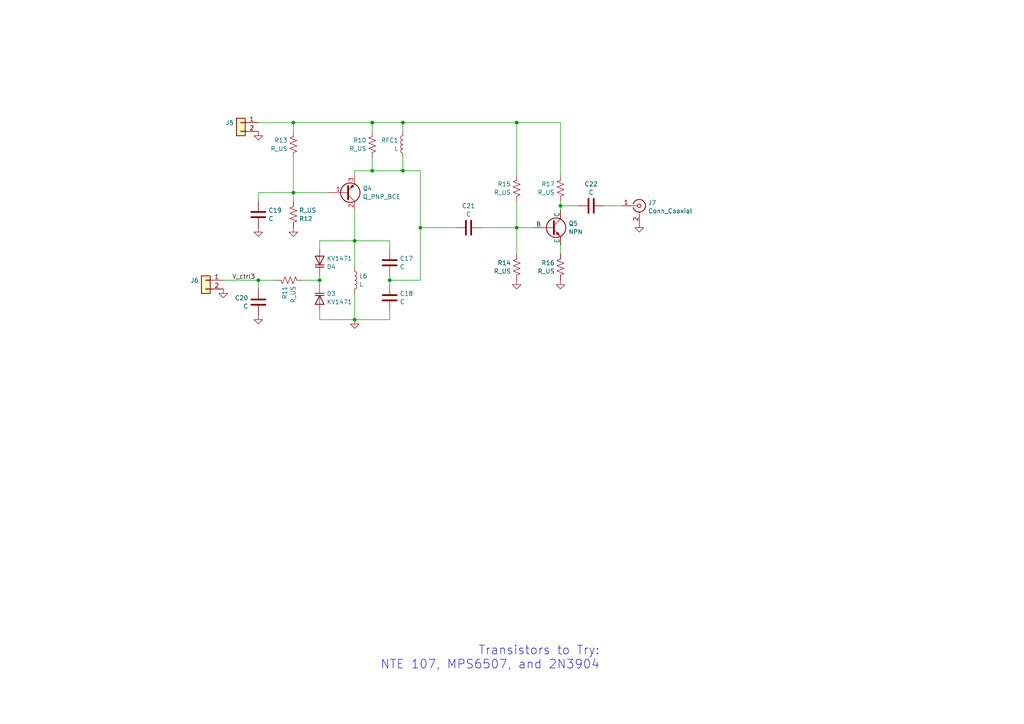
<source format=kicad_sch>
(kicad_sch (version 20230121) (generator eeschema)
  (paper "A4")
  (lib_symbols
    (symbol "Connector:Conn_Coaxial" (pin_names (offset 1.016) hide)
      (property "Reference" "J" (at 0.254 3.048 0))
      (property "Value" "Conn_Coaxial" (at 2.921 0 90))
      (symbol "Conn_Coaxial_0_1"
        (arc (start -1.778 -0.508) (mid 0.2311 -1.8066) (end 1.778 0) (stroke (width 0.254)))
        (polyline (pts (xy -2.54 0) (xy -0.508 0)))
        (polyline (pts (xy 0 -2.54) (xy 0 -1.778)))
        (circle (center 0 0) (radius 0.508) (stroke (width 0.2032)))
        (arc (start 1.778 0) (mid 0.2099 1.8101) (end -1.778 0.508) (stroke (width 0.254)))
      )
      (symbol "Conn_Coaxial_1_1"
        (pin passive line (at -5.08 0 0) (length 2.54) (name "In") (number "1"))
        (pin passive line (at 0 -5.08 90) (length 2.54) (name "Ext") (number "2"))
      )
    )
    (symbol "Connector_Generic:Conn_01x02" (pin_names (offset 1.016) hide)
      (property "Reference" "J" (at 0 2.54 0))
      (property "Value" "Conn_01x02" (at 0 -5.08 0))
      (symbol "Conn_01x02_1_1"
        (rectangle (start -1.27 -2.413) (end 0 -2.667) (stroke (width 0.1524)))
        (rectangle (start -1.27 0.127) (end 0 -0.127) (stroke (width 0.1524)))
        (rectangle (start -1.27 1.27) (end 1.27 -3.81) (stroke (width 0.254)) (fill (type background)))
        (pin passive line (at -5.08 0 0) (length 3.81) (name "Pin_1") (number "1"))
        (pin passive line (at -5.08 -2.54 0) (length 3.81) (name "Pin_2") (number "2"))
      )
    )
    (symbol "D_Capacitance_1" (pin_numbers hide) (pin_names (offset 1.016) hide)
      (property "Reference" "D4" (at -1.2121 2.032 90))
      (property "Value" "D_Capacitance" (at 1.2121 2.032 90))
      (symbol "D_Capacitance_1_0_1"
        (polyline (pts (xy -1.27 1.27) (xy -1.27 -1.27)) (stroke (width 0.254)))
        (polyline (pts (xy -0.635 0) (xy 1.27 0)))
        (polyline (pts (xy -0.635 1.27) (xy -0.635 -1.27)) (stroke (width 0.254)))
        (polyline (pts (xy 1.905 1.27) (xy 1.905 -1.27) (xy -0.635 0) (xy 1.905 1.27)) (stroke (width 0.254)))
      )
      (symbol "D_Capacitance_1_1_1"
        (pin passive line (at -3.81 0 0) (length 2.54) (name "K") (number "1"))
        (pin passive line (at 3.81 0 180) (length 2.54) (name "A") (number "2"))
      )
    )
    (symbol "Device:C" (pin_numbers hide) (pin_names (offset 0.254))
      (property "Reference" "C" (at 0.635 2.54 0))
      (property "Value" "C" (at 0.635 -2.54 0))
      (symbol "C_0_1"
        (polyline (pts (xy -2.032 -0.762) (xy 2.032 -0.762)) (stroke (width 0.508)))
        (polyline (pts (xy -2.032 0.762) (xy 2.032 0.762)) (stroke (width 0.508)))
      )
      (symbol "C_1_1"
        (pin passive line (at 0 3.81 270) (length 2.794) (name "~") (number "1"))
        (pin passive line (at 0 -3.81 90) (length 2.794) (name "~") (number "2"))
      )
    )
    (symbol "Device:D_Capacitance" (pin_numbers hide) (pin_names (offset 1.016) hide)
      (property "Reference" "D" (at 0 2.54 0))
      (property "Value" "D_Capacitance" (at 0 -3.302 0))
      (symbol "D_Capacitance_0_1"
        (polyline (pts (xy -1.27 -1.778) (xy -0.1524 -1.778)))
        (polyline (pts (xy -1.27 0) (xy 1.27 0)))
        (polyline (pts (xy -1.27 1.27) (xy -1.27 -1.27)) (stroke (width 0.254)))
        (polyline (pts (xy -0.1524 -1.27) (xy -0.1524 -2.286)))
        (polyline (pts (xy 0.1524 -1.778) (xy 1.27 -1.778)))
        (polyline (pts (xy 0.1524 -1.27) (xy 0.1524 -2.286)))
        (polyline (pts (xy 1.27 1.27) (xy 1.27 -1.27) (xy -1.27 0) (xy 1.27 1.27)) (stroke (width 0.254)))
      )
      (symbol "D_Capacitance_1_1"
        (pin passive line (at -3.81 0 0) (length 2.54) (name "K") (number "1"))
        (pin passive line (at 3.81 0 180) (length 2.54) (name "A") (number "2"))
      )
    )
    (symbol "Device:L" (pin_numbers hide) (pin_names (offset 1.016) hide)
      (property "Reference" "L" (at -1.27 0 90))
      (property "Value" "L" (at 1.905 0 90))
      (symbol "L_0_1"
        (arc (start 0 -2.54) (mid 0.6323 -1.905) (end 0 -1.27))
        (arc (start 0 -1.27) (mid 0.6323 -0.635) (end 0 0))
        (arc (start 0 0) (mid 0.6323 0.635) (end 0 1.27))
        (arc (start 0 1.27) (mid 0.6323 1.905) (end 0 2.54))
      )
      (symbol "L_1_1"
        (pin passive line (at 0 3.81 270) (length 1.27) (name "1") (number "1"))
        (pin passive line (at 0 -3.81 90) (length 1.27) (name "2") (number "2"))
      )
    )
    (symbol "Device:Q_PNP_BCE" (pin_names (offset 0) hide)
      (property "Reference" "Q" (at 5.08 1.27 0))
      (property "Value" "Q_PNP_BCE" (at 5.08 -1.27 0))
      (symbol "Q_PNP_BCE_0_1"
        (polyline (pts (xy 0.635 0.635) (xy 2.54 2.54)))
        (polyline (pts (xy 0.635 -0.635) (xy 2.54 -2.54) (xy 2.54 -2.54)))
        (polyline (pts (xy 0.635 1.905) (xy 0.635 -1.905) (xy 0.635 -1.905)) (stroke (width 0.508)))
        (polyline (pts (xy 2.286 -1.778) (xy 1.778 -2.286) (xy 1.27 -1.27) (xy 2.286 -1.778) (xy 2.286 -1.778)) (fill (type outline)))
        (circle (center 1.27 0) (radius 2.8194) (stroke (width 0.254)))
      )
      (symbol "Q_PNP_BCE_1_1"
        (pin input line (at -5.08 0 0) (length 5.715) (name "B") (number "1"))
        (pin passive line (at 2.54 5.08 270) (length 2.54) (name "C") (number "2"))
        (pin passive line (at 2.54 -5.08 90) (length 2.54) (name "E") (number "3"))
      )
    )
    (symbol "Device:R_US" (pin_numbers hide) (pin_names (offset 0))
      (property "Reference" "R" (at 2.54 0 90))
      (property "Value" "R_US" (at -2.54 0 90))
      (symbol "R_US_0_1"
        (polyline (pts (xy 0 -2.286) (xy 0 -2.54)))
        (polyline (pts (xy 0 2.286) (xy 0 2.54)))
        (polyline (pts (xy 0 -0.762) (xy 1.016 -1.143) (xy 0 -1.524) (xy -1.016 -1.905) (xy 0 -2.286)))
        (polyline (pts (xy 0 0.762) (xy 1.016 0.381) (xy 0 0) (xy -1.016 -0.381) (xy 0 -0.762)))
        (polyline (pts (xy 0 2.286) (xy 1.016 1.905) (xy 0 1.524) (xy -1.016 1.143) (xy 0 0.762)))
      )
      (symbol "R_US_1_1"
        (pin passive line (at 0 3.81 270) (length 1.27) (name "~") (number "1"))
        (pin passive line (at 0 -3.81 90) (length 1.27) (name "~") (number "2"))
      )
    )
    (symbol "Simulation_SPICE:NPN" (pin_numbers hide) (pin_names (offset 0))
      (property "Reference" "Q" (at -2.54 7.62 0))
      (property "Value" "NPN" (at -2.54 5.08 0))
      (symbol "NPN_0_1"
        (polyline (pts (xy -2.54 0) (xy 0.635 0)) (stroke (width 0.1524)))
        (polyline (pts (xy 0.635 0.635) (xy 2.54 2.54)))
        (polyline (pts (xy 2.794 -1.27) (xy 2.794 -1.27)) (stroke (width 0.1524)))
        (polyline (pts (xy 2.794 -1.27) (xy 2.794 -1.27)) (stroke (width 0.1524)))
        (polyline (pts (xy 0.635 -0.635) (xy 2.54 -2.54) (xy 2.54 -2.54)))
        (polyline (pts (xy 0.635 1.905) (xy 0.635 -1.905) (xy 0.635 -1.905)) (stroke (width 0.508)))
        (polyline (pts (xy 1.27 -1.778) (xy 1.778 -1.27) (xy 2.286 -2.286) (xy 1.27 -1.778) (xy 1.27 -1.778)) (fill (type outline)))
        (circle (center 1.27 0) (radius 2.8194) (stroke (width 0.254)))
      )
      (symbol "NPN_1_1"
        (pin open_collector line (at 2.54 5.08 270) (length 2.54) (name "C") (number "1"))
        (pin input line (at -5.08 0 0) (length 2.54) (name "B") (number "2"))
        (pin open_emitter line (at 2.54 -5.08 90) (length 2.54) (name "E") (number "3"))
      )
    )
    (symbol "power:-12V" (power) (pin_names (offset 0))
      (property "Value" "-12V" (at 0 3.81 0))
      (symbol "-12V_0_0"
        (pin power_in line (at 0 0 90) (length 0) hide (name "-12V") (number "1"))
      )
      (symbol "-12V_0_1"
        (polyline (pts (xy 0 0) (xy 0 1.27) (xy 0.762 1.27) (xy 0 2.54) (xy -0.762 1.27) (xy 0 1.27)) (fill (type outline)))
      )
    )
    (symbol "power:GND" (power) (pin_names (offset 0))
      (property "Value" "GND" (at 0 -3.81 0))
      (symbol "GND_0_1"
        (polyline (pts (xy 0 0) (xy 0 -1.27) (xy 1.27 -1.27) (xy 0 -2.54) (xy -1.27 -1.27) (xy 0 -1.27)))
      )
      (symbol "GND_1_1"
        (pin power_in line (at 0 0 270) (length 0) hide (name "GND") (number "1"))
      )
    )
    (symbol "power:VCC" (power) (pin_names (offset 0))
      (property "Value" "VCC" (at 0 3.81 0))
      (symbol "VCC_0_1"
        (polyline (pts (xy -0.762 1.27) (xy 0 2.54)))
        (polyline (pts (xy 0 0) (xy 0 2.54)))
        (polyline (pts (xy 0 2.54) (xy 0.762 1.27)))
      )
      (symbol "VCC_1_1"
        (pin power_in line (at 0 0 90) (length 0) hide (name "VCC") (number "1"))
      )
    )
  )
  (junction (at 107.95 35.56))
  (junction (at 85.09 55.88))
  (junction (at 124.46 -59.69))
  (junction (at 22.86 -34.29))
  (junction (at 255.27 -27.94))
  (junction (at 242.57 -27.94))
  (junction (at 74.93 81.28))
  (junction (at 255.27 -101.6))
  (junction (at 113.03 81.28))
  (junction (at 102.87 92.71))
  (junction (at 96.52 -34.29))
  (junction (at 116.84 35.56))
  (junction (at 104.14 -81.28))
  (junction (at 242.57 -55.88))
  (junction (at 255.27 -43.18))
  (junction (at 116.84 49.53))
  (junction (at 92.71 81.28))
  (junction (at 68.58 -49.53))
  (junction (at 102.87 69.85))
  (junction (at 242.57 -83.82))
  (junction (at 162.56 59.69))
  (junction (at 85.09 35.56))
  (junction (at 107.95 49.53))
  (junction (at 86.36 -81.28))
  (junction (at 224.79 -43.18))
  (junction (at 224.79 -55.88))
  (junction (at 58.42 -49.53))
  (junction (at 40.64 -49.53))
  (junction (at 242.57 -73.66))
  (junction (at 114.3 -34.29))
  (junction (at 96.52 -49.53))
  (junction (at 121.92 66.04))
  (junction (at 86.36 -49.53))
  (junction (at 40.64 -34.29))
  (junction (at 149.86 35.56))
  (junction (at 114.3 -59.69))
  (junction (at 149.86 66.04))
  (junction (at 207.01 -43.18))
  (wire (pts (xy 237.49 -55.88) (xy 242.57 -55.88)))
  (wire (pts (xy 85.09 35.56) (xy 85.09 38.1)))
  (wire (pts (xy 113.03 81.28) (xy 113.03 80.01)))
  (wire (pts (xy 224.79 -43.18) (xy 224.79 -40.64)))
  (wire (pts (xy 255.27 -43.18) (xy 255.27 -40.64)))
  (wire (pts (xy 207.01 -55.88) (xy 212.09 -55.88)))
  (wire (pts (xy 114.3 -59.69) (xy 124.46 -59.69)))
  (wire (pts (xy 85.09 35.56) (xy 107.95 35.56)))
  (wire (pts (xy 104.14 -81.28) (xy 104.14 -76.2)))
  (wire (pts (xy 74.93 55.88) (xy 85.09 55.88)))
  (wire (pts (xy 114.3 -44.45) (xy 114.3 -34.29)))
  (wire (pts (xy 149.86 58.42) (xy 149.86 66.04)))
  (wire (pts (xy 207.01 -43.18) (xy 207.01 -40.64)))
  (wire (pts (xy 102.87 85.09) (xy 102.87 92.71)))
  (wire (pts (xy 242.57 -27.94) (xy 242.57 -33.02)))
  (wire (pts (xy 85.09 45.72) (xy 85.09 55.88)))
  (wire (pts (xy 85.09 55.88) (xy 95.25 55.88)))
  (wire (pts (xy 96.52 -49.53) (xy 106.68 -49.53)))
  (wire (pts (xy 255.27 -43.18) (xy 267.97 -43.18)))
  (wire (pts (xy 64.77 81.28) (xy 74.93 81.28)))
  (wire (pts (xy 267.97 -73.66) (xy 242.57 -73.66)))
  (wire (pts (xy 124.46 -41.91) (xy 124.46 -46.99)))
  (wire (pts (xy 102.87 69.85) (xy 113.03 69.85)))
  (wire (pts (xy 74.93 83.82) (xy 74.93 81.28)))
  (wire (pts (xy 74.93 35.56) (xy 85.09 35.56)))
  (wire (pts (xy 149.86 66.04) (xy 149.86 73.66)))
  (wire (pts (xy 86.36 -83.82) (xy 86.36 -81.28)))
  (wire (pts (xy 260.35 -27.94) (xy 255.27 -27.94)))
  (wire (pts (xy 86.36 -54.61) (xy 86.36 -49.53)))
  (wire (pts (xy 242.57 -101.6) (xy 255.27 -101.6)))
  (wire (pts (xy 113.03 82.55) (xy 113.03 81.28)))
  (wire (pts (xy 102.87 92.71) (xy 113.03 92.71)))
  (wire (pts (xy 267.97 -50.8) (xy 267.97 -43.18)))
  (wire (pts (xy 265.43 -96.52) (xy 265.43 -101.6)))
  (wire (pts (xy 113.03 92.71) (xy 113.03 90.17)))
  (wire (pts (xy 114.3 -68.58) (xy 114.3 -59.69)))
  (wire (pts (xy 255.27 -101.6) (xy 255.27 -88.9)))
  (wire (pts (xy 132.08 66.04) (xy 121.92 66.04)))
  (wire (pts (xy 162.56 35.56) (xy 149.86 35.56)))
  (wire (pts (xy 116.84 35.56) (xy 149.86 35.56)))
  (wire (pts (xy 116.84 49.53) (xy 121.92 49.53)))
  (wire (pts (xy 96.52 -34.29) (xy 96.52 -36.83)))
  (wire (pts (xy 22.86 -34.29) (xy 27.94 -34.29)))
  (wire (pts (xy 242.57 -96.52) (xy 242.57 -101.6)))
  (wire (pts (xy 180.34 59.69) (xy 175.26 59.69)))
  (wire (pts (xy 114.3 -59.69) (xy 114.3 -54.61)))
  (wire (pts (xy 219.71 -55.88) (xy 224.79 -55.88)))
  (wire (pts (xy 255.27 -78.74) (xy 255.27 -60.96)))
  (wire (pts (xy 92.71 69.85) (xy 102.87 69.85)))
  (wire (pts (xy 92.71 90.17) (xy 92.71 92.71)))
  (wire (pts (xy 86.36 -49.53) (xy 96.52 -49.53)))
  (wire (pts (xy 40.64 -49.53) (xy 40.64 -44.45)))
  (wire (pts (xy 162.56 73.66) (xy 162.56 71.12)))
  (wire (pts (xy 116.84 35.56) (xy 116.84 38.1)))
  (wire (pts (xy 247.65 -55.88) (xy 242.57 -55.88)))
  (wire (pts (xy 124.46 -59.69) (xy 129.54 -59.69)))
  (wire (pts (xy 149.86 50.8) (xy 149.86 35.56)))
  (wire (pts (xy 86.36 -81.28) (xy 104.14 -81.28)))
  (wire (pts (xy 86.36 -44.45) (xy 86.36 -49.53)))
  (wire (pts (xy 114.3 -76.2) (xy 114.3 -81.28)))
  (wire (pts (xy 87.63 81.28) (xy 92.71 81.28)))
  (wire (pts (xy 107.95 49.53) (xy 102.87 49.53)))
  (wire (pts (xy 224.79 -45.72) (xy 224.79 -43.18)))
  (wire (pts (xy 121.92 81.28) (xy 121.92 66.04)))
  (wire (pts (xy 207.01 -53.34) (xy 207.01 -55.88)))
  (wire (pts (xy 242.57 -22.86) (xy 242.57 -27.94)))
  (wire (pts (xy 22.86 -34.29) (xy 22.86 -29.21)))
  (wire (pts (xy 116.84 35.56) (xy 107.95 35.56)))
  (wire (pts (xy 85.09 55.88) (xy 85.09 58.42)))
  (wire (pts (xy 114.3 -81.28) (xy 104.14 -81.28)))
  (wire (pts (xy 242.57 -55.88) (xy 242.57 -40.64)))
  (wire (pts (xy 68.58 -13.97) (xy 68.58 -26.67)))
  (wire (pts (xy 102.87 69.85) (xy 102.87 77.47)))
  (wire (pts (xy 273.05 -27.94) (xy 267.97 -27.94)))
  (wire (pts (xy 107.95 38.1) (xy 107.95 35.56)))
  (wire (pts (xy 242.57 -73.66) (xy 242.57 -68.58)))
  (wire (pts (xy 114.3 -31.75) (xy 114.3 -34.29)))
  (wire (pts (xy 86.36 -13.97) (xy 86.36 -36.83)))
  (wire (pts (xy 40.64 -34.29) (xy 40.64 -36.83)))
  (wire (pts (xy 224.79 -53.34) (xy 224.79 -55.88)))
  (wire (pts (xy 114.3 -21.59) (xy 114.3 -24.13)))
  (wire (pts (xy 242.57 -55.88) (xy 242.57 -60.96)))
  (wire (pts (xy 167.64 59.69) (xy 162.56 59.69)))
  (wire (pts (xy 116.84 45.72) (xy 116.84 49.53)))
  (wire (pts (xy 40.64 -31.75) (xy 40.64 -34.29)))
  (wire (pts (xy 124.46 -54.61) (xy 124.46 -59.69)))
  (wire (pts (xy 74.93 58.42) (xy 74.93 55.88)))
  (wire (pts (xy 107.95 45.72) (xy 107.95 49.53)))
  (wire (pts (xy 40.64 -13.97) (xy 40.64 -24.13)))
  (wire (pts (xy 35.56 -34.29) (xy 40.64 -34.29)))
  (wire (pts (xy 101.6 -34.29) (xy 96.52 -34.29)))
  (wire (pts (xy 121.92 66.04) (xy 121.92 49.53)))
  (wire (pts (xy 81.28 -81.28) (xy 86.36 -81.28)))
  (wire (pts (xy 102.87 60.96) (xy 102.87 69.85)))
  (wire (pts (xy 267.97 -58.42) (xy 267.97 -73.66)))
  (wire (pts (xy 58.42 -34.29) (xy 58.42 -49.53)))
  (wire (pts (xy 22.86 -13.97) (xy 22.86 -21.59)))
  (wire (pts (xy 139.7 66.04) (xy 149.86 66.04)))
  (wire (pts (xy 147.32 -59.69) (xy 137.16 -59.69)))
  (wire (pts (xy 255.27 -27.94) (xy 242.57 -27.94)))
  (wire (pts (xy 242.57 -83.82) (xy 247.65 -83.82)))
  (wire (pts (xy 162.56 50.8) (xy 162.56 35.56)))
  (wire (pts (xy 35.56 -49.53) (xy 40.64 -49.53)))
  (wire (pts (xy 96.52 -49.53) (xy 96.52 -44.45)))
  (wire (pts (xy 81.28 -49.53) (xy 86.36 -49.53)))
  (wire (pts (xy 242.57 -88.9) (xy 242.57 -83.82)))
  (wire (pts (xy 273.05 -30.48) (xy 273.05 -27.94)))
  (wire (pts (xy 92.71 81.28) (xy 92.71 82.55)))
  (wire (pts (xy 162.56 58.42) (xy 162.56 59.69)))
  (wire (pts (xy 68.58 -49.53) (xy 73.66 -49.53)))
  (wire (pts (xy 102.87 49.53) (xy 102.87 50.8)))
  (wire (pts (xy 114.3 -34.29) (xy 109.22 -34.29)))
  (wire (pts (xy 154.94 66.04) (xy 149.86 66.04)))
  (wire (pts (xy 265.43 -101.6) (xy 255.27 -101.6)))
  (wire (pts (xy 92.71 72.39) (xy 92.71 69.85)))
  (wire (pts (xy 196.85 -43.18) (xy 207.01 -43.18)))
  (wire (pts (xy 113.03 69.85) (xy 113.03 72.39)))
  (wire (pts (xy 255.27 -50.8) (xy 255.27 -43.18)))
  (wire (pts (xy 86.36 -62.23) (xy 86.36 -81.28)))
  (wire (pts (xy 224.79 -55.88) (xy 229.87 -55.88)))
  (wire (pts (xy 224.79 -43.18) (xy 255.27 -43.18)))
  (wire (pts (xy 17.78 -34.29) (xy 22.86 -34.29)))
  (wire (pts (xy 96.52 -34.29) (xy 96.52 -31.75)))
  (wire (pts (xy 255.27 -33.02) (xy 255.27 -27.94)))
  (wire (pts (xy 162.56 59.69) (xy 162.56 60.96)))
  (wire (pts (xy 74.93 81.28) (xy 80.01 81.28)))
  (wire (pts (xy 68.58 -49.53) (xy 68.58 -34.29)))
  (wire (pts (xy 92.71 80.01) (xy 92.71 81.28)))
  (wire (pts (xy 58.42 -13.97) (xy 58.42 -26.67)))
  (wire (pts (xy 242.57 -83.82) (xy 242.57 -73.66)))
  (wire (pts (xy 116.84 49.53) (xy 107.95 49.53)))
  (wire (pts (xy 40.64 -49.53) (xy 45.72 -49.53)))
  (wire (pts (xy 207.01 -45.72) (xy 207.01 -43.18)))
  (wire (pts (xy 113.03 81.28) (xy 121.92 81.28)))
  (wire (pts (xy 96.52 -13.97) (xy 96.52 -24.13)))
  (wire (pts (xy 58.42 -49.53) (xy 68.58 -49.53)))
  (wire (pts (xy 92.71 92.71) (xy 102.87 92.71)))
  (wire (pts (xy 53.34 -49.53) (xy 58.42 -49.53)))
  (rectangle (start 176.53 -106.68) (end 276.86 -11.43))
  (rectangle (start 10.16 -90.17) (end 158.75 -7.62))
  (text "Homebrew RF Circuit Design\n220MHz Low Noise Cascode LO\nhttps://www.qsl.net/va3iul" (at 240.03 -74.93 0) (effects (font (size 2.54 2.54)) (justify right bottom)))
  (text "A 220 MHz Low PhaseNoise \nColpitts Oscillator\nNing Lu, Mark Haney" (at 24.13 -62.23 0) (effects (font (size 2.54 2.54)) (justify left bottom)))
  (text "Transistors to Try:\nNTE 107, MPS6507, and 2N3904" (at 173.99 194.31 0) (effects (font (size 2.54 2.54)) (justify right bottom)))
  (label "V_ctrl1" (at 20.32 -34.29 0))
  (label "V_ctrl3" (at 67.31 81.28 0))
  (label "V_out1" (at 138.43 -59.69 0))
  (label "V_out2" (at 205.74 -43.18 180))
  (symbol (lib_id "Device:C") (at 224.79 -36.83 180) (unit 1)
    (property "Reference" "C4" (at 221.869 -35.6179 0) (effects (justify left)))
    (property "Value" "22pF" (at 221.869 -38.0421 0) (effects (justify left)))
  )
  (symbol (lib_id "power:GND") (at 40.64 -13.97 0) (unit 1)
    (property "Reference" "#PWR09" (effects hide))
    (property "Value" "GND" (effects hide))
  )
  (symbol (lib_id "Device:C") (at 77.47 -49.53 270) (mirror x) (unit 1)
    (property "Reference" "C11" (at 76.2579 -46.609 0) (effects (justify right)))
    (property "Value" "C" (at 78.6821 -46.609 0) (effects (justify right)))
  )
  (symbol (lib_id "Device:L") (at 102.87 81.28 0) (unit 1)
    (property "Reference" "L6" (at 104.1372 80.0679 0) (effects (justify left)))
    (property "Value" "L" (at 104.1372 82.4921 0) (effects (justify left)))
  )
  (symbol (lib_id "power:GND") (at 147.32 -57.15 0) (unit 1)
    (property "Reference" "#PWR018" (effects hide))
    (property "Value" "GND" (effects hide))
  )
  (symbol (lib_id "Device:L") (at 264.16 -27.94 90) (unit 1)
    (property "Reference" "L1" (at 262.9479 -29.2072 0) (effects (justify left)))
    (property "Value" "1uH" (at 265.3721 -29.2072 0) (effects (justify left)))
  )
  (symbol (lib_id "Device:C") (at 224.79 -49.53 180) (unit 1)
    (property "Reference" "C3" (at 221.869 -48.3179 0) (effects (justify left)))
    (property "Value" "33pF" (at 221.869 -50.7421 0) (effects (justify left)))
  )
  (symbol (lib_id "Device:R_US") (at 105.41 -34.29 90) (mirror x) (unit 1)
    (property "Reference" "R4" (at 104.1979 -32.639 0) (effects (justify left)))
    (property "Value" "R_US" (at 106.6221 -32.639 0) (effects (justify left)))
  )
  (symbol (lib_id "Connector_Generic:Conn_01x02") (at 191.77 -43.18 0) (mirror y) (unit 1)
    (property "Reference" "J4" (at 189.738 -43.1221 0) (effects (justify left)))
    (property "Value" "Conn_01x02" (effects hide))
  )
  (symbol (lib_id "Device:R_US") (at 162.56 54.61 0) (mirror y) (unit 1)
    (property "Reference" "R17" (at 160.909 53.3979 0) (effects (justify left)))
    (property "Value" "R_US" (at 160.909 55.8221 0) (effects (justify left)))
  )
  (symbol (lib_id "power:GND") (at 27.94 -49.53 0) (unit 1)
    (property "Reference" "#PWR010" (effects hide))
    (property "Value" "GND" (effects hide))
  )
  (symbol (lib_id "Device:C") (at 207.01 -36.83 180) (unit 1)
    (property "Reference" "C16" (at 204.089 -35.6179 0) (effects (justify left)))
    (property "Value" "160pF" (at 204.089 -38.0421 0) (effects (justify left)))
  )
  (symbol (lib_id "Device:C") (at 135.89 66.04 90) (unit 1)
    (property "Reference" "C21" (at 135.89 59.7367 90))
    (property "Value" "C" (at 135.89 62.1609 90))
  )
  (symbol (lib_id "Device:R_US") (at 85.09 62.23 0) (mirror x) (unit 1)
    (property "Reference" "R12" (at 86.741 63.4421 0) (effects (justify left)))
    (property "Value" "R_US" (at 86.741 61.0179 0) (effects (justify left)))
  )
  (symbol (lib_id "power:GND") (at 96.52 -13.97 0) (unit 1)
    (property "Reference" "#PWR05" (effects hide))
    (property "Value" "GND" (effects hide))
  )
  (symbol (lib_id "power:GND") (at 196.85 -40.64 0) (mirror y) (unit 1)
    (property "Reference" "#PWR020" (effects hide))
    (property "Value" "GND" (effects hide))
  )
  (symbol (lib_id "Device:C") (at 74.93 62.23 0) (unit 1)
    (property "Reference" "C19" (at 77.851 61.0179 0) (effects (justify left)))
    (property "Value" "C" (at 77.851 63.4421 0) (effects (justify left)))
  )
  (symbol (lib_id "power:GND") (at 242.57 -15.24 0) (unit 1)
    (property "Reference" "#PWR014" (effects hide))
    (property "Value" "GND" (effects hide))
  )
  (symbol (lib_id "Connector_Generic:Conn_01x02") (at 69.85 35.56 0) (mirror y) (unit 1)
    (property "Reference" "J5" (at 67.818 35.6179 0) (effects (justify left)))
    (property "Value" "Conn_01x02" (effects hide))
  )
  (symbol (lib_id "Device:R_US") (at 85.09 41.91 0) (mirror y) (unit 1)
    (property "Reference" "R13" (at 83.439 40.6979 0) (effects (justify left)))
    (property "Value" "R_US" (at 83.439 43.1221 0) (effects (justify left)))
  )
  (symbol (lib_id "power:GND") (at 104.14 -68.58 0) (unit 1)
    (property "Reference" "#PWR03" (effects hide))
    (property "Value" "GND" (effects hide))
  )
  (symbol (lib_id "Device:C") (at 133.35 -59.69 270) (unit 1)
    (property "Reference" "C8" (at 133.35 -65.9933 90))
    (property "Value" "C" (at 133.35 -63.5691 90))
  )
  (symbol (lib_id "Device:R_US") (at 162.56 77.47 0) (mirror y) (unit 1)
    (property "Reference" "R16" (at 160.909 76.2579 0) (effects (justify left)))
    (property "Value" "R_US" (at 160.909 78.6821 0) (effects (justify left)))
  )
  (symbol (lib_name "D_Capacitance_1") (lib_id "Device:D_Capacitance") (at 92.71 76.2 270) (mirror x) (unit 1)
    (property "Reference" "D4" (at 94.742 77.4121 90) (effects (justify left)))
    (property "Value" "KV1471" (at 94.742 74.9879 90) (effects (justify left)))
  )
  (symbol (lib_id "Device:C") (at 104.14 -72.39 0) (mirror x) (unit 1)
    (property "Reference" "C9" (at 101.219 -73.6021 0) (effects (justify right)))
    (property "Value" "C" (at 101.219 -71.1779 0) (effects (justify right)))
  )
  (symbol (lib_id "power:GND") (at 86.36 -13.97 0) (unit 1)
    (property "Reference" "#PWR04" (effects hide))
    (property "Value" "GND" (effects hide))
  )
  (symbol (lib_id "Device:L") (at 215.9 -55.88 90) (unit 1)
    (property "Reference" "L5" (at 214.6879 -57.1472 0) (effects (justify left)))
    (property "Value" "150nH" (at 217.1121 -57.1472 0) (effects (justify left)))
  )
  (symbol (lib_id "Device:C") (at 49.53 -49.53 270) (unit 1)
    (property "Reference" "C12" (at 50.7421 -46.609 0) (effects (justify left)))
    (property "Value" "C" (at 48.3179 -46.609 0) (effects (justify left)))
  )
  (symbol (lib_id "Device:C") (at 113.03 76.2 0) (unit 1)
    (property "Reference" "C17" (at 115.951 74.9879 0) (effects (justify left)))
    (property "Value" "C" (at 115.951 77.4121 0) (effects (justify left)))
  )
  (symbol (lib_id "power:GND") (at 85.09 66.04 0) (unit 1)
    (property "Reference" "#PWR021" (effects hide))
    (property "Value" "GND" (effects hide))
  )
  (symbol (lib_name "D_Capacitance_1") (lib_id "Device:D_Capacitance") (at 92.71 86.36 270) (unit 1)
    (property "Reference" "D3" (at 94.742 85.1479 90) (effects (justify left)))
    (property "Value" "KV1471" (at 94.742 87.5721 90) (effects (justify left)))
  )
  (symbol (lib_id "Device:L") (at 31.75 -49.53 90) (unit 1)
    (property "Reference" "L4" (at 30.5379 -50.7972 0) (effects (justify left)))
    (property "Value" "L" (at 32.9621 -50.7972 0) (effects (justify left)))
  )
  (symbol (lib_id "Device:Q_PNP_BCE") (at 100.33 55.88 0) (mirror x) (unit 1)
    (property "Reference" "Q4" (at 105.1814 54.6679 0) (effects (justify left)))
    (property "Value" "Q_PNP_BCE" (at 105.1814 57.0921 0) (effects (justify left)))
  )
  (symbol (lib_id "Device:C") (at 96.52 -40.64 180) (unit 1)
    (property "Reference" "C7" (at 99.441 -41.8521 0) (effects (justify right)))
    (property "Value" "C" (at 99.441 -39.4279 0) (effects (justify right)))
  )
  (symbol (lib_id "power:GND") (at 224.79 -33.02 0) (unit 1)
    (property "Reference" "#PWR013" (effects hide))
    (property "Value" "GND" (effects hide))
  )
  (symbol (lib_id "Device:R_US") (at 124.46 -50.8 0) (mirror x) (unit 1)
    (property "Reference" "R6" (at 126.111 -49.5879 0) (effects (justify left)))
    (property "Value" "R_US" (at 126.111 -52.0121 0) (effects (justify left)))
  )
  (symbol (lib_id "Simulation_SPICE:NPN") (at 160.02 66.04 0) (unit 1)
    (property "Reference" "Q5" (at 164.8714 64.8279 0) (effects (justify left)))
    (property "Value" "NPN" (at 164.8714 67.2521 0) (effects (justify left)))
    (property "Sim.Device" "NPN" (effects hide))
    (property "Sim.Type" "GUMMELPOON" (effects hide))
    (property "Sim.Pins" "1=C 2=B 3=E" (effects hide))
  )
  (symbol (lib_id "Device:C") (at 267.97 -54.61 0) (unit 1)
    (property "Reference" "C1" (at 270.891 -55.8221 0) (effects (justify left)))
    (property "Value" "2.2nF" (at 270.891 -53.3979 0) (effects (justify left)))
  )
  (symbol (lib_id "Device:L") (at 114.3 -72.39 0) (mirror y) (unit 1)
    (property "Reference" "RFC2" (at 113.0327 -73.6021 0) (effects (justify left)))
    (property "Value" "L" (at 113.0327 -71.1779 0) (effects (justify left)))
  )
  (symbol (lib_id "Device:C") (at 207.01 -49.53 180) (unit 1)
    (property "Reference" "C15" (at 204.089 -48.3179 0) (effects (justify left)))
    (property "Value" "4.3pF" (at 204.089 -50.7421 0) (effects (justify left)))
  )
  (symbol (lib_id "power:GND") (at 185.42 64.77 0) (unit 1)
    (property "Reference" "#PWR028" (effects hide))
    (property "Value" "GND" (effects hide))
  )
  (symbol (lib_id "Device:R_US") (at 107.95 41.91 0) (mirror y) (unit 1)
    (property "Reference" "R10" (at 106.299 40.6979 0) (effects (justify left)))
    (property "Value" "R_US" (at 106.299 43.1221 0) (effects (justify left)))
  )
  (symbol (lib_id "Device:R_US") (at 83.82 81.28 90) (mirror x) (unit 1)
    (property "Reference" "R11" (at 82.6079 82.931 0) (effects (justify left)))
    (property "Value" "R_US" (at 85.0321 82.931 0) (effects (justify left)))
  )
  (symbol (lib_id "Device:R_US") (at 86.36 -40.64 0) (mirror y) (unit 1)
    (property "Reference" "R3" (at 84.709 -41.8521 0) (effects (justify left)))
    (property "Value" "R_US" (at 84.709 -39.4279 0) (effects (justify left)))
  )
  (symbol (lib_id "Simulation_SPICE:NPN") (at 111.76 -49.53 0) (unit 1)
    (property "Reference" "Q2" (at 116.6114 -50.7421 0) (effects (justify left)))
    (property "Value" "NPN" (at 116.6114 -48.3179 0) (effects (justify left)))
    (property "Sim.Device" "NPN" (effects hide))
    (property "Sim.Type" "GUMMELPOON" (effects hide))
    (property "Sim.Pins" "1=C 2=B 3=E" (effects hide))
  )
  (symbol (lib_id "power:GND") (at 22.86 -13.97 0) (unit 1)
    (property "Reference" "#PWR011" (effects hide))
    (property "Value" "GND" (effects hide))
  )
  (symbol (lib_id "power:GND") (at 74.93 38.1 0) (unit 1)
    (property "Reference" "#PWR024" (effects hide))
    (property "Value" "GND" (effects hide))
  )
  (symbol (lib_id "Connector_Generic:Conn_01x02") (at 12.7 -34.29 0) (mirror y) (unit 1)
    (property "Reference" "J2" (at 10.668 -34.2321 0) (effects (justify left)))
    (property "Value" "Conn_01x02" (effects hide))
  )
  (symbol (lib_id "Device:D_Capacitance") (at 40.64 -40.64 90) (unit 1)
    (property "Reference" "D1" (at 43.561 -41.8521 90) (effects (justify right)))
    (property "Value" "D_Capacitance" (at 43.561 -39.4279 90) (effects (justify right)))
  )
  (symbol (lib_id "Device:R_US") (at 149.86 54.61 0) (mirror y) (unit 1)
    (property "Reference" "R15" (at 148.209 53.3979 0) (effects (justify left)))
    (property "Value" "R_US" (at 148.209 55.8221 0) (effects (justify left)))
  )
  (symbol (lib_id "power:GND") (at 74.93 66.04 0) (unit 1)
    (property "Reference" "#PWR022" (effects hide))
    (property "Value" "GND" (effects hide))
  )
  (symbol (lib_id "power:VCC") (at 86.36 -83.82 0) (unit 1)
    (property "Reference" "#PWR02" (effects hide))
    (property "Value" "VCC" (at 86.36 -87.9531 0))
  )
  (symbol (lib_id "power:GND") (at 265.43 -96.52 0) (unit 1)
    (property "Reference" "#PWR01" (effects hide))
    (property "Value" "GND" (effects hide))
  )
  (symbol (lib_id "Device:R_US") (at 149.86 77.47 0) (mirror y) (unit 1)
    (property "Reference" "R14" (at 148.209 76.2579 0) (effects (justify left)))
    (property "Value" "R_US" (at 148.209 78.6821 0) (effects (justify left)))
  )
  (symbol (lib_id "power:GND") (at 58.42 -13.97 0) (unit 1)
    (property "Reference" "#PWR08" (effects hide))
    (property "Value" "GND" (effects hide))
  )
  (symbol (lib_id "Device:C") (at 58.42 -30.48 0) (unit 1)
    (property "Reference" "C6" (at 61.341 -31.6921 0) (effects (justify left)))
    (property "Value" "C" (at 61.341 -29.2679 0) (effects (justify left)))
  )
  (symbol (lib_id "Device:C") (at 242.57 -19.05 0) (unit 1)
    (property "Reference" "C14" (at 245.491 -20.2621 0) (effects (justify left)))
    (property "Value" "2.2nF" (at 245.491 -17.8379 0) (effects (justify left)))
  )
  (symbol (lib_id "Connector:Conn_Coaxial") (at 185.42 59.69 0) (unit 1)
    (property "Reference" "J7" (at 187.9601 58.7711 0) (effects (justify left)))
    (property "Value" "Conn_Coaxial" (at 187.9601 61.1953 0) (effects (justify left)))
    (property "Datasheet" " ~" (effects hide))
  )
  (symbol (lib_id "power:GND") (at 124.46 -34.29 0) (unit 1)
    (property "Reference" "#PWR012" (effects hide))
    (property "Value" "GND" (effects hide))
  )
  (symbol (lib_id "Device:C") (at 22.86 -25.4 0) (unit 1)
    (property "Reference" "C13" (at 25.781 -26.6121 0) (effects (justify left)))
    (property "Value" "C" (at 25.781 -24.1879 0) (effects (justify left)))
  )
  (symbol (lib_id "Device:D_Capacitance") (at 40.64 -27.94 270) (unit 1)
    (property "Reference" "D2" (at 42.672 -29.1521 90) (effects (justify left)))
    (property "Value" "D_Capacitance" (at 42.672 -26.7279 90) (effects (justify left)))
  )
  (symbol (lib_id "Device:L") (at 31.75 -34.29 90) (unit 1)
    (property "Reference" "L3" (at 30.5379 -35.5572 0) (effects (justify left)))
    (property "Value" "L" (at 32.9621 -35.5572 0) (effects (justify left)))
  )
  (symbol (lib_id "Device:C") (at 113.03 86.36 0) (unit 1)
    (property "Reference" "C18" (at 115.951 85.1479 0) (effects (justify left)))
    (property "Value" "C" (at 115.951 87.5721 0) (effects (justify left)))
  )
  (symbol (lib_id "power:GND") (at 74.93 91.44 0) (unit 1)
    (property "Reference" "#PWR023" (effects hide))
    (property "Value" "GND" (effects hide))
  )
  (symbol (lib_id "Simulation_SPICE:NPN") (at 252.73 -55.88 0) (unit 1)
    (property "Reference" "Q3" (at 257.5814 -57.0921 0) (effects (justify left)))
    (property "Value" "BFR91" (at 257.5814 -54.6679 0) (effects (justify left)))
    (property "Sim.Device" "NPN" (effects hide))
    (property "Sim.Type" "GUMMELPOON" (effects hide))
    (property "Sim.Pins" "1=C 2=B 3=E" (effects hide))
  )
  (symbol (lib_id "power:GND") (at 149.86 81.28 0) (unit 1)
    (property "Reference" "#PWR026" (effects hide))
    (property "Value" "GND" (effects hide))
  )
  (symbol (lib_id "Connector_Generic:Conn_01x02") (at 152.4 -59.69 0) (unit 1)
    (property "Reference" "J1" (at 154.432 -59.6321 0) (effects (justify left)))
    (property "Value" "Conn_01x02" (effects hide))
  )
  (symbol (lib_id "power:GND") (at 162.56 81.28 0) (unit 1)
    (property "Reference" "#PWR027" (effects hide))
    (property "Value" "GND" (effects hide))
  )
  (symbol (lib_id "Connector_Generic:Conn_01x02") (at 76.2 -81.28 0) (mirror y) (unit 1)
    (property "Reference" "J3" (at 74.168 -81.2221 0) (effects (justify left)))
    (property "Value" "Conn_01x02" (effects hide))
  )
  (symbol (lib_id "Device:R_US") (at 242.57 -64.77 0) (mirror x) (unit 1)
    (property "Reference" "R1" (at 244.221 -63.5579 0) (effects (justify left)))
    (property "Value" "5.1k" (at 244.221 -65.9821 0) (effects (justify left)))
  )
  (symbol (lib_id "power:GND") (at 114.3 -13.97 0) (unit 1)
    (property "Reference" "#PWR06" (effects hide))
    (property "Value" "GND" (effects hide))
  )
  (symbol (lib_id "Device:C") (at 233.68 -55.88 90) (unit 1)
    (property "Reference" "C2" (at 232.4679 -58.801 0) (effects (justify left)))
    (property "Value" "3.3pF" (at 234.8921 -58.801 0) (effects (justify left)))
  )
  (symbol (lib_id "Device:L") (at 116.84 41.91 0) (mirror y) (unit 1)
    (property "Reference" "RFC1" (at 115.5727 40.6979 0) (effects (justify left)))
    (property "Value" "L" (at 115.5727 43.1221 0) (effects (justify left)))
  )
  (symbol (lib_id "Device:C") (at 124.46 -38.1 180) (unit 1)
    (property "Reference" "C5" (at 127.381 -39.3121 0) (effects (justify right)))
    (property "Value" "C" (at 127.381 -36.8879 0) (effects (justify right)))
  )
  (symbol (lib_id "Device:C") (at 96.52 -27.94 0) (mirror x) (unit 1)
    (property "Reference" "C10" (at 93.599 -29.1521 0) (effects (justify right)))
    (property "Value" "C" (at 93.599 -26.7279 0) (effects (justify right)))
  )
  (symbol (lib_id "power:GND") (at 17.78 -31.75 0) (unit 1)
    (property "Reference" "#PWR017" (effects hide))
    (property "Value" "GND" (effects hide))
  )
  (symbol (lib_id "Simulation_SPICE:NPN") (at 252.73 -83.82 0) (unit 1)
    (property "Reference" "Q1" (at 257.5814 -85.0321 0) (effects (justify left)))
    (property "Value" "BFR91" (at 257.5814 -82.6079 0) (effects (justify left)))
    (property "Sim.Device" "NPN" (effects hide))
    (property "Sim.Type" "GUMMELPOON" (effects hide))
    (property "Sim.Pins" "1=C 2=B 3=E" (effects hide))
  )
  (symbol (lib_id "Device:R_US") (at 86.36 -58.42 0) (mirror y) (unit 1)
    (property "Reference" "R2" (at 84.709 -59.6321 0) (effects (justify left)))
    (property "Value" "R_US" (at 84.709 -57.2079 0) (effects (justify left)))
  )
  (symbol (lib_id "Connector_Generic:Conn_01x02") (at 59.69 81.28 0) (mirror y) (unit 1)
    (property "Reference" "J6" (at 57.658 81.3379 0) (effects (justify left)))
    (property "Value" "Conn_01x02" (effects hide))
  )
  (symbol (lib_id "power:-12V") (at 273.05 -30.48 0) (unit 1)
    (property "Reference" "#PWR016" (effects hide))
    (property "Value" "-12V" (at 273.05 -34.6131 0))
  )
  (symbol (lib_id "power:GND") (at 68.58 -13.97 0) (unit 1)
    (property "Reference" "#PWR07" (effects hide))
    (property "Value" "GND" (effects hide))
  )
  (symbol (lib_id "Device:C") (at 74.93 87.63 0) (mirror y) (unit 1)
    (property "Reference" "C20" (at 72.009 86.4179 0) (effects (justify left)))
    (property "Value" "C" (at 72.009 88.8421 0) (effects (justify left)))
  )
  (symbol (lib_id "Device:L") (at 68.58 -30.48 0) (unit 1)
    (property "Reference" "L2" (at 69.8472 -31.6921 0) (effects (justify left)))
    (property "Value" "L" (at 69.8472 -29.2679 0) (effects (justify left)))
  )
  (symbol (lib_id "Device:C") (at 171.45 59.69 90) (unit 1)
    (property "Reference" "C22" (at 171.45 53.3867 90))
    (property "Value" "C" (at 171.45 55.8109 90))
  )
  (symbol (lib_id "Device:R_US") (at 114.3 -17.78 0) (mirror y) (unit 1)
    (property "Reference" "R5" (at 112.649 -18.9921 0) (effects (justify left)))
    (property "Value" "R_US" (at 112.649 -16.5679 0) (effects (justify left)))
  )
  (symbol (lib_id "power:GND") (at 81.28 -78.74 0) (unit 1)
    (property "Reference" "#PWR019" (effects hide))
    (property "Value" "GND" (effects hide))
  )
  (symbol (lib_id "Device:R_US") (at 255.27 -36.83 0) (mirror x) (unit 1)
    (property "Reference" "R8" (at 256.921 -35.6179 0) (effects (justify left)))
    (property "Value" "620" (at 256.921 -38.0421 0) (effects (justify left)))
  )
  (symbol (lib_id "power:GND") (at 207.01 -33.02 0) (unit 1)
    (property "Reference" "#PWR015" (effects hide))
    (property "Value" "GND" (effects hide))
  )
  (symbol (lib_id "Device:L") (at 114.3 -27.94 0) (unit 1)
    (property "Reference" "RFC3" (at 115.5673 -29.1521 0) (effects (justify left)))
    (property "Value" "L" (at 115.5673 -26.7279 0) (effects (justify left)))
  )
  (symbol (lib_id "Device:R_US") (at 242.57 -36.83 0) (mirror x) (unit 1)
    (property "Reference" "R9" (at 244.221 -35.6179 0) (effects (justify left)))
    (property "Value" "6.8k" (at 244.221 -38.0421 0) (effects (justify left)))
  )
  (symbol (lib_id "Device:R_US") (at 242.57 -92.71 0) (mirror x) (unit 1)
    (property "Reference" "R7" (at 244.221 -91.4979 0) (effects (justify left)))
    (property "Value" "6.8k" (at 244.221 -93.9221 0) (effects (justify left)))
  )
  (symbol (lib_id "power:GND") (at 102.87 92.71 0) (unit 1)
    (property "Reference" "#PWR029" (effects hide))
    (property "Value" "GND" (effects hide))
  )
  (symbol (lib_id "power:GND") (at 64.77 83.82 0) (unit 1)
    (property "Reference" "#PWR025" (effects hide))
    (property "Value" "GND" (effects hide))
  )
)
</source>
